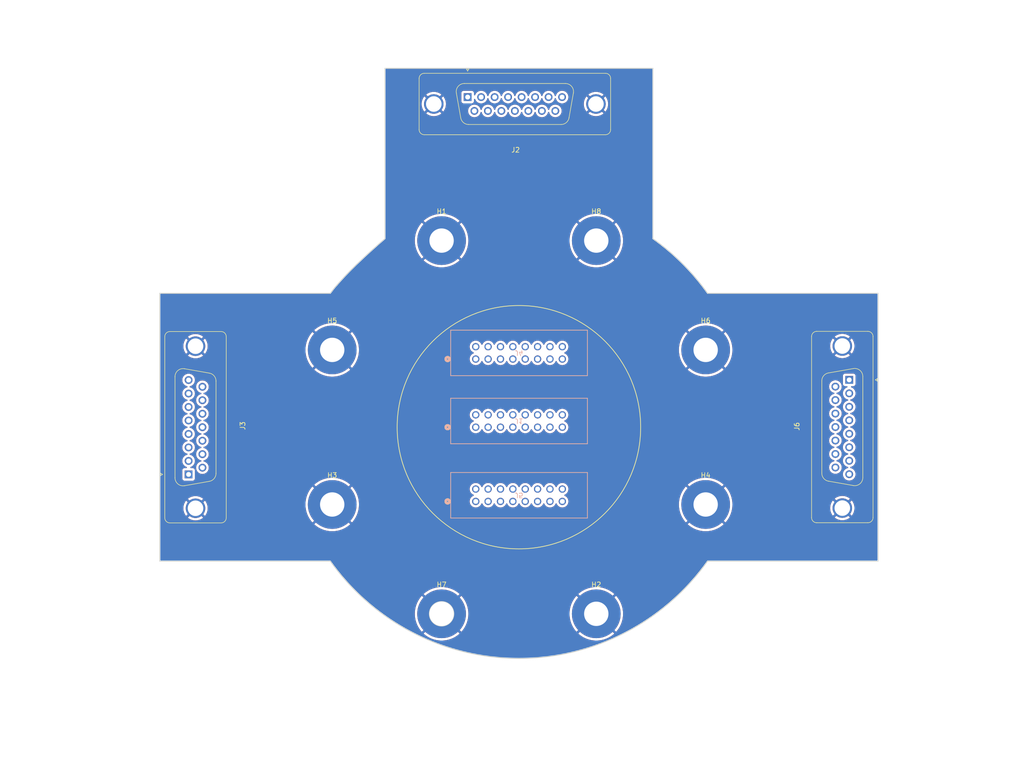
<source format=kicad_pcb>
(kicad_pcb (version 20221018) (generator pcbnew)
  (layers (0 "F.Cu" signal) (1 "In1.Cu" signal) (2 "In2.Cu" signal) (31 "B.Cu" signal) (34 "B.Paste" user) (35 "F.Paste" user) (36 "B.SilkS" user "B.Silkscreen") (37 "F.SilkS" user "F.Silkscreen") (38 "B.Mask" user) (39 "F.Mask" user) (44 "Edge.Cuts" user))
  (net 0 "")
  (net 4 "/a1")
  (net 5 "/a2")
  (net 6 "/a3")
  (net 7 "/a4")
  (net 8 "/a5")
  (net 9 "/a13")
  (net 10 "/a7")
  (net 11 "/a9")
  (net 12 "/a10")
  (net 13 "/a11")
  (net 14 "/a12")
  (net 15 "/a14")
  (net 16 "/b1")
  (net 17 "/b2")
  (net 18 "/b3")
  (net 19 "/b4")
  (net 20 "/b5")
  (net 21 "/b6")
  (net 22 "/b7")
  (net 23 "/b8")
  (net 24 "/b9")
  (net 25 "/b10")
  (net 26 "/b11")
  (net 27 "/b12")
  (net 28 "/b13")
  (net 29 "/b14")
  (net 30 "/b15")
  (net 31 "/c1")
  (net 32 "/c2")
  (net 33 "/c3")
  (net 34 "/c4")
  (net 35 "/c5")
  (net 36 "/c6")
  (net 37 "/c7")
  (net 38 "/c8")
  (net 39 "/c9")
  (net 40 "/c10")
  (net 41 "/c11")
  (net 42 "/c12")
  (net 43 "/c13")
  (net 44 "/c14")
  (net 45 "/c15")
  (net 46 "/a6")
  (net 47 "/a8")
  (net 48 "/a15")
  (net 49 "GND")
  (footprint "Connector_Dsub:DSUB-15_Male_Vertical_P2.77x2.84mm_MountingHoles" (layer "F.Cu") (at -10.525 -67.825)
    (fp_text reference "J2" (at 9.845 10.86) (layer "F.SilkS"))
    (fp_text value "DA15_Receptacle_MountingHoles")
    (fp_line (start -9.965 6.67) (end -9.965 -3.83) (stroke (width 0.12)) (layer "F.SilkS"))
    (fp_line (start -8.905 -4.89) (end 28.295 -4.89) (stroke (width 0.12)) (layer "F.SilkS"))
    (fp_line (start -2.32147 -0.841744) (end -1.422202 4.258256) (stroke (width 0.12)) (layer "F.SilkS"))
    (fp_line (start -0.686689 -2.79) (end 20.076689 -2.79) (stroke (width 0.12)) (layer "F.SilkS"))
    (fp_line (start -0.25 -5.784338) (end 0.25 -5.784338) (stroke (width 0.12)) (layer "F.SilkS"))
    (fp_line (start 0 -5.351325) (end -0.25 -5.784338) (stroke (width 0.12)) (layer "F.SilkS"))
    (fp_line (start 0.212579 5.63) (end 19.177421 5.63) (stroke (width 0.12)) (layer "F.SilkS"))
    (fp_line (start 0.25 -5.784338) (end 0 -5.351325) (stroke (width 0.12)) (layer "F.SilkS"))
    (fp_line (start 21.71147 -0.841744) (end 20.812202 4.258256) (stroke (width 0.12)) (layer "F.SilkS"))
    (fp_line (start 28.295 7.73) (end -8.905 7.73) (stroke (width 0.12)) (layer "F.SilkS"))
    (fp_line (start 29.355 -3.83) (end 29.355 6.67) (stroke (width 0.12)) (layer "F.SilkS"))
    (fp_arc (start -9.965 -3.83) (mid -9.654533 -4.579533) (end -8.905 -4.89) (stroke (width 0.12)) (layer "F.SilkS"))
    (fp_arc (start -8.905 7.73) (mid -9.654533 7.419533) (end -9.965 6.67) (stroke (width 0.12)) (layer "F.SilkS"))
    (fp_arc (start -2.32147 -0.841744) (mid -1.958323 -2.197028) (end -0.686689 -2.79) (stroke (width 0.12)) (layer "F.SilkS"))
    (fp_arc (start 0.212579 5.63) (mid -0.854448 5.241634) (end -1.422202 4.258256) (stroke (width 0.12)) (layer "F.SilkS"))
    (fp_arc (start 20.076689 -2.79) (mid 21.348323 -2.197027) (end 21.71147 -0.841744) (stroke (width 0.12)) (layer "F.SilkS"))
    (fp_arc (start 20.812202 4.258256) (mid 20.244449 5.241634) (end 19.177421 5.63) (stroke (width 0.12)) (layer "F.SilkS"))
    (fp_arc (start 28.295 -4.89) (mid 29.044533 -4.579533) (end 29.355 -3.83) (stroke (width 0.12)) (layer "F.SilkS"))
    (fp_arc (start 29.355 6.67) (mid 29.044533 7.419533) (end 28.295 7.73) (stroke (width 0.12)) (layer "F.SilkS"))
    (pad "0" thru_hole circle (at -6.955 1.42) (size 4 4) (drill 3.2) (layers "*.Cu" "*.Mask") (net 49 "GND"))
    (pad "0" thru_hole circle (at 26.345 1.42) (size 4 4) (drill 3.2) (layers "*.Cu" "*.Mask") (net 49 "GND"))
    (pad "1" thru_hole rect (at 0 0) (size 1.6 1.6) (drill 1) (layers "*.Cu" "*.Mask") (net 16 "/b1"))
    (pad "2" thru_hole circle (at 2.77 0) (size 1.6 1.6) (drill 1) (layers "*.Cu" "*.Mask") (net 17 "/b2"))
    (pad "3" thru_hole circle (at 5.54 0) (size 1.6 1.6) (drill 1) (layers "*.Cu" "*.Mask") (net 18 "/b3"))
    (pad "4" thru_hole circle (at 8.31 0) (size 1.6 1.6) (drill 1) (layers "*.Cu" "*.Mask") (net 19 "/b4"))
    (pad "5" thru_hole circle (at 11.08 0) (size 1.6 1.6) (drill 1) (layers "*.Cu" "*.Mask") (net 20 "/b5"))
    (pad "6" thru_hole circle (at 13.85 0) (size 1.6 1.6) (drill 1) (layers "*.Cu" "*.Mask") (net 21 "/b6"))
    (pad "7" thru_hole circle (at 16.62 0) (size 1.6 1.6) (drill 1) (layers "*.Cu" "*.Mask") (net 22 "/b7"))
    (pad "8" thru_hole circle (at 19.39 0) (size 1.6 1.6) (drill 1) (layers "*.Cu" "*.Mask") (net 23 "/b8"))
    (pad "9" thru_hole circle (at 1.385 2.84) (size 1.6 1.6) (drill 1) (layers "*.Cu" "*.Mask") (net 24 "/b9"))
    (pad "10" thru_hole circle (at 4.155 2.84) (size 1.6 1.6) (drill 1) (layers "*.Cu" "*.Mask") (net 25 "/b10"))
    (pad "11" thru_hole circle (at 6.925 2.84) (size 1.6 1.6) (drill 1) (layers "*.Cu" "*.Mask") (net 26 "/b11"))
    (pad "12" thru_hole circle (at 9.695 2.84) (size 1.6 1.6) (drill 1) (layers "*.Cu" "*.Mask") (net 27 "/b12"))
    (pad "13" thru_hole circle (at 12.465 2.84) (size 1.6 1.6) (drill 1) (layers "*.Cu" "*.Mask") (net 28 "/b13"))
    (pad "14" thru_hole circle (at 15.235 2.84) (size 1.6 1.6) (drill 1) (layers "*.Cu" "*.Mask") (net 29 "/b14"))
    (pad "15" thru_hole circle (at 18.005 2.84) (size 1.6 1.6) (drill 1) (layers "*.Cu" "*.Mask") (net 30 "/b15"))
  )
  (footprint "MountingHole:MountingHole_5mm_Pad" (layer "F.Cu") (at -38.336168 -15.881362)
    (fp_text reference "H5" (at 0 -6) (layer "F.SilkS"))
    (fp_text value "MountingHole_Pad")
    (pad "1" thru_hole circle (at 0 0) (size 10 10) (drill 5) (layers "*.Cu" "*.Mask") (net 49 "GND"))
  )
  (footprint "Connector_Dsub:DSUB-15_Male_Vertical_P2.77x2.84mm_MountingHoles" (layer "F.Cu") (at -67.825 9.7 90)
    (fp_text reference "J3" (at 9.995 11.11 90) (layer "F.SilkS"))
    (fp_text value "DA15_Receptacle_MountingHoles")
    (fp_line (start -9.965 6.67) (end -9.965 -3.83) (stroke (width 0.12)) (layer "F.SilkS"))
    (fp_line (start -8.905 -4.89) (end 28.295 -4.89) (stroke (width 0.12)) (layer "F.SilkS"))
    (fp_line (start -2.32147 -0.841744) (end -1.422202 4.258256) (stroke (width 0.12)) (layer "F.SilkS"))
    (fp_line (start -0.686689 -2.79) (end 20.076689 -2.79) (stroke (width 0.12)) (layer "F.SilkS"))
    (fp_line (start -0.25 -5.784338) (end 0.25 -5.784338) (stroke (width 0.12)) (layer "F.SilkS"))
    (fp_line (start 0 -5.351325) (end -0.25 -5.784338) (stroke (width 0.12)) (layer "F.SilkS"))
    (fp_line (start 0.212579 5.63) (end 19.177421 5.63) (stroke (width 0.12)) (layer "F.SilkS"))
    (fp_line (start 0.25 -5.784338) (end 0 -5.351325) (stroke (width 0.12)) (layer "F.SilkS"))
    (fp_line (start 21.71147 -0.841744) (end 20.812202 4.258256) (stroke (width 0.12)) (layer "F.SilkS"))
    (fp_line (start 28.295 7.73) (end -8.905 7.73) (stroke (width 0.12)) (layer "F.SilkS"))
    (fp_line (start 29.355 -3.83) (end 29.355 6.67) (stroke (width 0.12)) (layer "F.SilkS"))
    (fp_arc (start -9.965 -3.83) (mid -9.654533 -4.579533) (end -8.905 -4.89) (stroke (width 0.12)) (layer "F.SilkS"))
    (fp_arc (start -8.905 7.73) (mid -9.654533 7.419533) (end -9.965 6.67) (stroke (width 0.12)) (layer "F.SilkS"))
    (fp_arc (start -2.32147 -0.841744) (mid -1.958323 -2.197028) (end -0.686689 -2.79) (stroke (width 0.12)) (layer "F.SilkS"))
    (fp_arc (start 0.212579 5.63) (mid -0.854448 5.241634) (end -1.422202 4.258256) (stroke (width 0.12)) (layer "F.SilkS"))
    (fp_arc (start 20.076689 -2.79) (mid 21.348323 -2.197027) (end 21.71147 -0.841744) (stroke (width 0.12)) (layer "F.SilkS"))
    (fp_arc (start 20.812202 4.258256) (mid 20.244449 5.241634) (end 19.177421 5.63) (stroke (width 0.12)) (layer "F.SilkS"))
    (fp_arc (start 28.295 -4.89) (mid 29.044533 -4.579533) (end 29.355 -3.83) (stroke (width 0.12)) (layer "F.SilkS"))
    (fp_arc (start 29.355 6.67) (mid 29.044533 7.419533) (end 28.295 7.73) (stroke (width 0.12)) (layer "F.SilkS"))
    (pad "0" thru_hole circle (at -6.955 1.42 90) (size 4 4) (drill 3.2) (layers "*.Cu" "*.Mask") (net 49 "GND"))
    (pad "0" thru_hole circle (at 26.345 1.42 90) (size 4 4) (drill 3.2) (layers "*.Cu" "*.Mask") (net 49 "GND"))
    (pad "1" thru_hole rect (at 0 0 90) (size 1.6 1.6) (drill 1) (layers "*.Cu" "*.Mask") (net 31 "/c1"))
    (pad "2" thru_hole circle (at 2.77 0 90) (size 1.6 1.6) (drill 1) (layers "*.Cu" "*.Mask") (net 32 "/c2"))
    (pad "3" thru_hole circle (at 5.54 0 90) (size 1.6 1.6) (drill 1) (layers "*.Cu" "*.Mask") (net 33 "/c3"))
    (pad "4" thru_hole circle (at 8.31 0 90) (size 1.6 1.6) (drill 1) (layers "*.Cu" "*.Mask") (net 34 "/c4"))
    (pad "5" thru_hole circle (at 11.08 0 90) (size 1.6 1.6) (drill 1) (layers "*.Cu" "*.Mask") (net 35 "/c5"))
    (pad "6" thru_hole circle (at 13.85 0 90) (size 1.6 1.6) (drill 1) (layers "*.Cu" "*.Mask") (net 36 "/c6"))
    (pad "7" thru_hole circle (at 16.62 0 90) (size 1.6 1.6) (drill 1) (layers "*.Cu" "*.Mask") (net 37 "/c7"))
    (pad "8" thru_hole circle (at 19.39 0 90) (size 1.6 1.6) (drill 1) (layers "*.Cu" "*.Mask") (net 38 "/c8"))
    (pad "9" thru_hole circle (at 1.385 2.84 90) (size 1.6 1.6) (drill 1) (layers "*.Cu" "*.Mask") (net 39 "/c9"))
    (pad "10" thru_hole circle (at 4.155 2.84 90) (size 1.6 1.6) (drill 1) (layers "*.Cu" "*.Mask") (net 40 "/c10"))
    (pad "11" thru_hole circle (at 6.925 2.84 90) (size 1.6 1.6) (drill 1) (layers "*.Cu" "*.Mask") (net 41 "/c11"))
    (pad "12" thru_hole circle (at 9.695 2.84 90) (size 1.6 1.6) (drill 1) (layers "*.Cu" "*.Mask") (net 42 "/c12"))
    (pad "13" thru_hole circle (at 12.465 2.84 90) (size 1.6 1.6) (drill 1) (layers "*.Cu" "*.Mask") (net 43 "/c13"))
    (pad "14" thru_hole circle (at 15.235 2.84 90) (size 1.6 1.6) (drill 1) (layers "*.Cu" "*.Mask") (net 44 "/c14"))
    (pad "15" thru_hole circle (at 18.005 2.84 90) (size 1.6 1.6) (drill 1) (layers "*.Cu" "*.Mask") (net 45 "/c15"))
  )
  (footprint "MountingHole:MountingHole_5mm_Pad" (layer "F.Cu") (at -38.336168 15.881362)
    (fp_text reference "H3" (at 0 -6) (layer "F.SilkS"))
    (fp_text value "MountingHole_Pad")
    (pad "1" thru_hole circle (at 0 0) (size 10 10) (drill 5) (layers "*.Cu" "*.Mask") (net 49 "GND"))
  )
  (footprint "MountingHole:MountingHole_5mm_Pad" (layer "F.Cu") (at 38.345834 15.881362)
    (fp_text reference "H4" (at 0 -6) (layer "F.SilkS"))
    (fp_text value "MountingHole_Pad")
    (pad "1" thru_hole circle (at 0 0) (size 10 10) (drill 5) (layers "*.Cu" "*.Mask") (net 49 "GND"))
  )
  (footprint "MountingHole:MountingHole_5mm_Pad" (layer "F.Cu") (at -15.876529 38.341001)
    (fp_text reference "H7" (at 0 -6) (layer "F.SilkS"))
    (fp_text value "MountingHole_Pad")
    (pad "1" thru_hole circle (at 0 0) (size 10 10) (drill 5) (layers "*.Cu" "*.Mask") (net 49 "GND"))
  )
  (footprint "MountingHole:MountingHole_5mm_Pad" (layer "F.Cu") (at 15.886195 -38.341001)
    (fp_text reference "H8" (at 0 -6) (layer "F.SilkS"))
    (fp_text value "MountingHole_Pad")
    (pad "1" thru_hole circle (at 0 0) (size 10 10) (drill 5) (layers "*.Cu" "*.Mask") (net 49 "GND"))
  )
  (footprint "MountingHole:MountingHole_5mm_Pad" (layer "F.Cu") (at -15.876529 -38.341001)
    (fp_text reference "H1" (at 0 -6) (layer "F.SilkS"))
    (fp_text value "MountingHole_Pad")
    (pad "1" thru_hole circle (at 0 0) (size 10 10) (drill 5) (layers "*.Cu" "*.Mask") (net 49 "GND"))
  )
  (footprint "MountingHole:MountingHole_5mm_Pad" (layer "F.Cu") (at 38.345834 -15.881362)
    (fp_text reference "H6" (at 0 -6) (layer "F.SilkS"))
    (fp_text value "MountingHole_Pad")
    (pad "1" thru_hole circle (at 0 0) (size 10 10) (drill 5) (layers "*.Cu" "*.Mask") (net 49 "GND"))
  )
  (footprint "Connector_Dsub:DSUB-15_Male_Vertical_P2.77x2.84mm_MountingHoles" (layer "F.Cu") (at 67.825 -9.725 -90)
    (fp_text reference "J6" (at 9.57 10.735 90) (layer "F.SilkS"))
    (fp_text value "DA15_Receptacle_MountingHoles")
    (fp_line (start -9.965 6.67) (end -9.965 -3.83) (stroke (width 0.12)) (layer "F.SilkS"))
    (fp_line (start -8.905 -4.89) (end 28.295 -4.89) (stroke (width 0.12)) (layer "F.SilkS"))
    (fp_line (start -2.32147 -0.841744) (end -1.422202 4.258256) (stroke (width 0.12)) (layer "F.SilkS"))
    (fp_line (start -0.686689 -2.79) (end 20.076689 -2.79) (stroke (width 0.12)) (layer "F.SilkS"))
    (fp_line (start -0.25 -5.784338) (end 0.25 -5.784338) (stroke (width 0.12)) (layer "F.SilkS"))
    (fp_line (start 0 -5.351325) (end -0.25 -5.784338) (stroke (width 0.12)) (layer "F.SilkS"))
    (fp_line (start 0.212579 5.63) (end 19.177421 5.63) (stroke (width 0.12)) (layer "F.SilkS"))
    (fp_line (start 0.25 -5.784338) (end 0 -5.351325) (stroke (width 0.12)) (layer "F.SilkS"))
    (fp_line (start 21.71147 -0.841744) (end 20.812202 4.258256) (stroke (width 0.12)) (layer "F.SilkS"))
    (fp_line (start 28.295 7.73) (end -8.905 7.73) (stroke (width 0.12)) (layer "F.SilkS"))
    (fp_line (start 29.355 -3.83) (end 29.355 6.67) (stroke (width 0.12)) (layer "F.SilkS"))
    (fp_arc (start -9.965 -3.83) (mid -9.654533 -4.579533) (end -8.905 -4.89) (stroke (width 0.12)) (layer "F.SilkS"))
    (fp_arc (start -8.905 7.73) (mid -9.654533 7.419533) (end -9.965 6.67) (stroke (width 0.12)) (layer "F.SilkS"))
    (fp_arc (start -2.32147 -0.841744) (mid -1.958323 -2.197028) (end -0.686689 -2.79) (stroke (width 0.12)) (layer "F.SilkS"))
    (fp_arc (start 0.212579 5.63) (mid -0.854448 5.241634) (end -1.422202 4.258256) (stroke (width 0.12)) (layer "F.SilkS"))
    (fp_arc (start 20.076689 -2.79) (mid 21.348323 -2.197027) (end 21.71147 -0.841744) (stroke (width 0.12)) (layer "F.SilkS"))
    (fp_arc (start 20.812202 4.258256) (mid 20.244449 5.241634) (end 19.177421 5.63) (stroke (width 0.12)) (layer "F.SilkS"))
    (fp_arc (start 28.295 -4.89) (mid 29.044533 -4.579533) (end 29.355 -3.83) (stroke (width 0.12)) (layer "F.SilkS"))
    (fp_arc (start 29.355 6.67) (mid 29.044533 7.419533) (end 28.295 7.73) (stroke (width 0.12)) (layer "F.SilkS"))
    (pad "0" thru_hole circle (at -6.955 1.42 270) (size 4 4) (drill 3.2) (layers "*.Cu" "*.Mask") (net 49 "GND"))
    (pad "0" thru_hole circle (at 26.345 1.42 270) (size 4 4) (drill 3.2) (layers "*.Cu" "*.Mask") (net 49 "GND"))
    (pad "1" thru_hole rect (at 0 0 270) (size 1.6 1.6) (drill 1) (layers "*.Cu" "*.Mask") (net 4 "/a1"))
    (pad "2" thru_hole circle (at 2.77 0 270) (size 1.6 1.6) (drill 1) (layers "*.Cu" "*.Mask") (net 5 "/a2"))
    (pad "3" thru_hole circle (at 5.54 0 270) (size 1.6 1.6) (drill 1) (layers "*.Cu" "*.Mask") (net 6 "/a3"))
    (pad "4" thru_hole circle (at 8.31 0 270) (size 1.6 1.6) (drill 1) (layers "*.Cu" "*.Mask") (net 7 "/a4"))
    (pad "5" thru_hole circle (at 11.08 0 270) (size 1.6 1.6) (drill 1) (layers "*.Cu" "*.Mask") (net 8 "/a5"))
    (pad "6" thru_hole circle (at 13.85 0 270) (size 1.6 1.6) (drill 1) (layers "*.Cu" "*.Mask") (net 46 "/a6"))
    (pad "7" thru_hole circle (at 16.62 0 270) (size 1.6 1.6) (drill 1) (layers "*.Cu" "*.Mask") (net 10 "/a7"))
    (pad "8" thru_hole circle (at 19.39 0 270) (size 1.6 1.6) (drill 1) (layers "*.Cu" "*.Mask") (net 47 "/a8"))
    (pad "9" thru_hole circle (at 1.385 2.84 270) (size 1.6 1.6) (drill 1) (layers "*.Cu" "*.Mask") (net 11 "/a9"))
    (pad "10" thru_hole circle (at 4.155 2.84 270) (size 1.6 1.6) (drill 1) (layers "*.Cu" "*.Mask") (net 12 "/a10"))
    (pad "11" thru_hole circle (at 6.925 2.84 270) (size 1.6 1.6) (drill 1) (layers "*.Cu" "*.Mask") (net 13 "/a11"))
    (pad "12" thru_hole circle (at 9.695 2.84 270) (size 1.6 1.6) (drill 1) (layers "*.Cu" "*.Mask") (net 14 "/a12"))
    (pad "13" thru_hole circle (at 12.465 2.84 270) (size 1.6 1.6) (drill 1) (layers "*.Cu" "*.Mask") (net 9 "/a13"))
    (pad "14" thru_hole circle (at 15.235 2.84 270) (size 1.6 1.6) (drill 1) (layers "*.Cu" "*.Mask") (net 15 "/a14"))
    (pad "15" thru_hole circle (at 18.005 2.84 270) (size 1.6 1.6) (drill 1) (layers "*.Cu" "*.Mask") (net 48 "/a15"))
  )
  (footprint "MountingHole:MountingHole_5mm_Pad" (layer "F.Cu") (at 15.886195 38.341001)
    (fp_text reference "H2" (at 0 -6) (layer "F.SilkS"))
    (fp_text value "MountingHole_Pad")
    (pad "1" thru_hole circle (at 0 0) (size 10 10) (drill 5) (layers "*.Cu" "*.Mask") (net 49 "GND"))
  )
  (footprint "Stepper_Feedthrough:CONN16_SBH11-PBPC-D08-ST-BK_SUL" (layer "B.Cu") (at -8.864 -14)
    (fp_text reference "J4" (at 8.89 -1.27 180 unlocked) (layer "B.SilkS") (effects (justify mirror)))
    (fp_text value "SBH11-PBPC-D08-ST-BK")
    (fp_line (start -5.1435 -5.9436) (end 22.9235 -5.9436) (stroke (width 0.1524)) (layer "B.SilkS"))
    (fp_line (start -5.1435 3.4036) (end -5.1435 -5.9436) (stroke (width 0.1524)) (layer "B.SilkS"))
    (fp_line (start 22.9235 -5.9436) (end 22.9235 3.4036) (stroke (width 0.1524)) (layer "B.SilkS"))
    (fp_line (start 22.9235 3.4036) (end -5.1435 3.4036) (stroke (width 0.1524)) (layer "B.SilkS"))
    (fp_circle (center -5.7785 0) (end -5.3975 0) (stroke (width 0.508)) (fill none) (layer "B.SilkS"))
    (fp_circle (center -5.7785 0) (end -5.3975 0) (stroke (width 0.508)) (fill none) (layer "F.SilkS"))
    (pad "1" thru_hole circle (at 0 0) (size 1.4986 1.4986) (drill 0.9906) (layers "*.Cu" "*.Mask") (net 16 "/b1"))
    (pad "2" thru_hole circle (at 0 -2.54) (size 1.4986 1.4986) (drill 0.9906) (layers "*.Cu" "*.Mask") (net 17 "/b2"))
    (pad "3" thru_hole circle (at 2.54 0) (size 1.4986 1.4986) (drill 0.9906) (layers "*.Cu" "*.Mask") (net 18 "/b3"))
    (pad "4" thru_hole circle (at 2.54 -2.54) (size 1.4986 1.4986) (drill 0.9906) (layers "*.Cu" "*.Mask") (net 19 "/b4"))
    (pad "5" thru_hole circle (at 5.08 0) (size 1.4986 1.4986) (drill 0.9906) (layers "*.Cu" "*.Mask") (net 20 "/b5"))
    (pad "6" thru_hole circle (at 5.08 -2.54) (size 1.4986 1.4986) (drill 0.9906) (layers "*.Cu" "*.Mask") (net 21 "/b6"))
    (pad "7" thru_hole circle (at 7.62 0) (size 1.4986 1.4986) (drill 0.9906) (layers "*.Cu" "*.Mask") (net 22 "/b7"))
    (pad "8" thru_hole circle (at 7.62 -2.54) (size 1.4986 1.4986) (drill 0.9906) (layers "*.Cu" "*.Mask") (net 23 "/b8"))
    (pad "9" thru_hole circle (at 10.16 0) (size 1.4986 1.4986) (drill 0.9906) (layers "*.Cu" "*.Mask") (net 24 "/b9"))
    (pad "10" thru_hole circle (at 10.16 -2.54) (size 1.4986 1.4986) (drill 0.9906) (layers "*.Cu" "*.Mask") (net 25 "/b10"))
    (pad "11" thru_hole circle (at 12.7 0) (size 1.4986 1.4986) (drill 0.9906) (layers "*.Cu" "*.Mask") (net 26 "/b11"))
    (pad "12" thru_hole circle (at 12.7 -2.54) (size 1.4986 1.4986) (drill 0.9906) (layers "*.Cu" "*.Mask") (net 27 "/b12"))
    (pad "13" thru_hole circle (at 15.24 0) (size 1.4986 1.4986) (drill 0.9906) (layers "*.Cu" "*.Mask") (net 28 "/b13"))
    (pad "14" thru_hole circle (at 15.24 -2.54) (size 1.4986 1.4986) (drill 0.9906) (layers "*.Cu" "*.Mask") (net 29 "/b14"))
    (pad "15" thru_hole circle (at 17.78 0) (size 1.4986 1.4986) (drill 0.9906) (layers "*.Cu" "*.Mask") (net 30 "/b15"))
    (pad "16" thru_hole circle (at 17.78 -2.54) (size 1.4986 1.4986) (drill 0.9906) (layers "*.Cu" "*.Mask"))
  )
  (footprint "Stepper_Feedthrough:CONN16_SBH11-PBPC-D08-ST-BK_SUL" (layer "B.Cu") (at -8.864 0)
    (fp_text reference "J1" (at 8.89 -1.27 180 unlocked) (layer "B.SilkS") (effects (justify mirror)))
    (fp_text value "SBH11-PBPC-D08-ST-BK")
    (fp_line (start -5.1435 -5.9436) (end 22.9235 -5.9436) (stroke (width 0.1524)) (layer "B.SilkS"))
    (fp_line (start -5.1435 3.4036) (end -5.1435 -5.9436) (stroke (width 0.1524)) (layer "B.SilkS"))
    (fp_line (start 22.9235 -5.9436) (end 22.9235 3.4036) (stroke (width 0.1524)) (layer "B.SilkS"))
    (fp_line (start 22.9235 3.4036) (end -5.1435 3.4036) (stroke (width 0.1524)) (layer "B.SilkS"))
    (fp_circle (center -5.7785 0) (end -5.3975 0) (stroke (width 0.508)) (fill none) (layer "B.SilkS"))
    (fp_circle (center -5.7785 0) (end -5.3975 0) (stroke (width 0.508)) (fill none) (layer "F.SilkS"))
    (pad "1" thru_hole circle (at 0 0) (size 1.4986 1.4986) (drill 0.9906) (layers "*.Cu" "*.Mask") (net 4 "/a1"))
    (pad "2" thru_hole circle (at 0 -2.54) (size 1.4986 1.4986) (drill 0.9906) (layers "*.Cu" "*.Mask") (net 5 "/a2"))
    (pad "3" thru_hole circle (at 2.54 0) (size 1.4986 1.4986) (drill 0.9906) (layers "*.Cu" "*.Mask") (net 6 "/a3"))
    (pad "4" thru_hole circle (at 2.54 -2.54) (size 1.4986 1.4986) (drill 0.9906) (layers "*.Cu" "*.Mask") (net 7 "/a4"))
    (pad "5" thru_hole circle (at 5.08 0) (size 1.4986 1.4986) (drill 0.9906) (layers "*.Cu" "*.Mask") (net 8 "/a5"))
    (pad "6" thru_hole circle (at 5.08 -2.54) (size 1.4986 1.4986) (drill 0.9906) (layers "*.Cu" "*.Mask") (net 46 "/a6"))
    (pad "7" thru_hole circle (at 7.62 0) (size 1.4986 1.4986) (drill 0.9906) (layers "*.Cu" "*.Mask") (net 10 "/a7"))
    (pad "8" thru_hole circle (at 7.62 -2.54) (size 1.4986 1.4986) (drill 0.9906) (layers "*.Cu" "*.Mask") (net 47 "/a8"))
    (pad "9" thru_hole circle (at 10.16 0) (size 1.4986 1.4986) (drill 0.9906) (layers "*.Cu" "*.Mask") (net 11 "/a9"))
    (pad "10" thru_hole circle (at 10.16 -2.54) (size 1.4986 1.4986) (drill 0.9906) (layers "*.Cu" "*.Mask") (net 12 "/a10"))
    (pad "11" thru_hole circle (at 12.7 0) (size 1.4986 1.4986) (drill 0.9906) (layers "*.Cu" "*.Mask") (net 13 "/a11"))
    (pad "12" thru_hole circle (at 12.7 -2.54) (size 1.4986 1.4986) (drill 0.9906) (layers "*.Cu" "*.Mask") (net 14 "/a12"))
    (pad "13" thru_hole circle (at 15.24 0) (size 1.4986 1.4986) (drill 0.9906) (layers "*.Cu" "*.Mask") (net 9 "/a13"))
    (pad "14" thru_hole circle (at 15.24 -2.54) (size 1.4986 1.4986) (drill 0.9906) (layers "*.Cu" "*.Mask") (net 15 "/a14"))
    (pad "15" thru_hole circle (at 17.78 0) (size 1.4986 1.4986) (drill 0.9906) (layers "*.Cu" "*.Mask") (net 48 "/a15"))
    (pad "16" thru_hole circle (at 17.78 -2.54) (size 1.4986 1.4986) (drill 0.9906) (layers "*.Cu" "*.Mask"))
  )
  (footprint "Stepper_Feedthrough:CONN16_SBH11-PBPC-D08-ST-BK_SUL" (layer "B.Cu") (at -8.864 15.25)
    (fp_text reference "J5" (at 8.89 -1.27 180 unlocked) (layer "B.SilkS") (effects (justify mirror)))
    (fp_text value "SBH11-PBPC-D08-ST-BK")
    (fp_line (start -5.1435 -5.9436) (end 22.9235 -5.9436) (stroke (width 0.1524)) (layer "B.SilkS"))
    (fp_line (start -5.1435 3.4036) (end -5.1435 -5.9436) (stroke (width 0.1524)) (layer "B.SilkS"))
    (fp_line (start 22.9235 -5.9436) (end 22.9235 3.4036) (stroke (width 0.1524)) (layer "B.SilkS"))
    (fp_line (start 22.9235 3.4036) (end -5.1435 3.4036) (stroke (width 0.1524)) (layer "B.SilkS"))
    (fp_circle (center -5.7785 0) (end -5.3975 0) (stroke (width 0.508)) (fill none) (layer "B.SilkS"))
    (fp_circle (center -5.7785 0) (end -5.3975 0) (stroke (width 0.508)) (fill none) (layer "F.SilkS"))
    (pad "1" thru_hole circle (at 0 0) (size 1.4986 1.4986) (drill 0.9906) (layers "*.Cu" "*.Mask") (net 31 "/c1"))
    (pad "2" thru_hole circle (at 0 -2.54) (size 1.4986 1.4986) (drill 0.9906) (layers "*.Cu" "*.Mask") (net 32 "/c2"))
    (pad "3" thru_hole circle (at 2.54 0) (size 1.4986 1.4986) (drill 0.9906) (layers "*.Cu" "*.Mask") (net 33 "/c3"))
    (pad "4" thru_hole circle (at 2.54 -2.54) (size 1.4986 1.4986) (drill 0.9906) (layers "*.Cu" "*.Mask") (net 34 "/c4"))
    (pad "5" thru_hole circle (at 5.08 0) (size 1.4986 1.4986) (drill 0.9906) (layers "*.Cu" "*.Mask") (net 35 "/c5"))
    (pad "6" thru_hole circle (at 5.08 -2.54) (size 1.4986 1.4986) (drill 0.9906) (layers "*.Cu" "*.Mask") (net 36 "/c6"))
    (pad "7" thru_hole circle (at 7.62 0) (size 1.4986 1.4986) (drill 0.9906) (layers "*.Cu" "*.Mask") (net 37 "/c7"))
    (pad "8" thru_hole circle (at 7.62 -2.54) (size 1.4986 1.4986) (drill 0.9906) (layers "*.Cu" "*.Mask") (net 38 "/c8"))
    (pad "9" thru_hole circle (at 10.16 0) (size 1.4986 1.4986) (drill 0.9906) (layers "*.Cu" "*.Mask") (net 39 "/c9"))
    (pad "10" thru_hole circle (at 10.16 -2.54) (size 1.4986 1.4986) (drill 0.9906) (layers "*.Cu" "*.Mask") (net 40 "/c10"))
    (pad "11" thru_hole circle (at 12.7 0) (size 1.4986 1.4986) (drill 0.9906) (layers "*.Cu" "*.Mask") (net 41 "/c11"))
    (pad "12" thru_hole circle (at 12.7 -2.54) (size 1.4986 1.4986) (drill 0.9906) (layers "*.Cu" "*.Mask") (net 42 "/c12"))
    (pad "13" thru_hole circle (at 15.24 0) (size 1.4986 1.4986) (drill 0.9906) (layers "*.Cu" "*.Mask") (net 43 "/c13"))
    (pad "14" thru_hole circle (at 15.24 -2.54) (size 1.4986 1.4986) (drill 0.9906) (layers "*.Cu" "*.Mask") (net 44 "/c14"))
    (pad "15" thru_hole circle (at 17.78 0) (size 1.4986 1.4986) (drill 0.9906) (layers "*.Cu" "*.Mask") (net 45 "/c15"))
    (pad "16" thru_hole circle (at 17.78 -2.54) (size 1.4986 1.4986) (drill 0.9906) (layers "*.Cu" "*.Mask"))
  )
  (gr_circle (center 0 0) (end 25 0) (stroke (width 0.15)) (fill none) (layer "F.SilkS"))
  (gr_line (start 27.504833 -73.729833) (end 27.504833 -38.729833) (stroke (width 0.2)) (layer "Edge.Cuts"))
  (gr_line (start 38.734666 -27.5) (end 73.734666 -27.5) (stroke (width 0.2)) (layer "Edge.Cuts"))
  (gr_line (start -27.495167 -38.729833) (end -27.495167 -73.729833) (stroke (width 0.2)) (layer "Edge.Cuts"))
  (gr_arc (start 38.734666 27.5) (mid 0.004833 47.5) (end -38.725 27.5) (stroke (width 0.2)) (layer "Edge.Cuts"))
  (gr_arc (start 27.504833 -38.729833) (mid 33.592405 -33.587572) (end 38.734666 -27.5) (stroke (width 0.2)) (layer "Edge.Cuts"))
  (gr_circle (center -15.876529 38.341001) (end -13.376529 38.341001) (stroke (width 0.2)) (fill none) (layer "Edge.Cuts"))
  (gr_line (start -73.725 -27.5) (end -73.725 27.5) (stroke (width 0.2)) (layer "Edge.Cuts"))
  (gr_curve (pts (xy -27.495156 -38.729833) (xy -34.207507 -32.942637) (xy -36.719897 -29.915731) (xy -37.388485 -29.152217)) (stroke (width 0.2)) (layer "Edge.Cuts"))
  (gr_line (start -73.725 27.5) (end -38.725 27.5) (stroke (width 0.2)) (layer "Edge.Cuts"))
  (gr_curve (pts (xy -37.388485 -29.152217) (xy -37.922077 -28.542867) (xy -37.281275 -29.375165) (xy -38.725 -27.5)) (stroke (width 0.2)) (layer "Edge.Cuts"))
  (gr_line (start 73.734666 27.5) (end 38.734666 27.5) (stroke (width 0.2)) (layer "Edge.Cuts"))
  (gr_line (start 73.734666 -27.5) (end 73.734666 27.5) (stroke (width 0.2)) (layer "Edge.Cuts"))
  (gr_line (start -38.725 -27.5) (end -73.725 -27.5) (stroke (width 0.2)) (layer "Edge.Cuts"))
  (gr_line (start -27.495167 -73.729833) (end 27.504833 -73.729833) (stroke (width 0.2)) (layer "Edge.Cuts"))
  (zone (net 49) (net_name "GND") (layers "F.Cu" "In1.Cu" "In2.Cu" "B.Cu") (connect_pads (clearance 0.5)) (min_thickness 0.25) (fill yes (thermal_gap 0.5) (thermal_bridge_width 0.5))
    (polygon (pts (xy -100.55 -87.775) (xy 103.725 -85.775) (xy 101.725 69.075) (xy -106.55 71.05)))
  )
)
</source>
